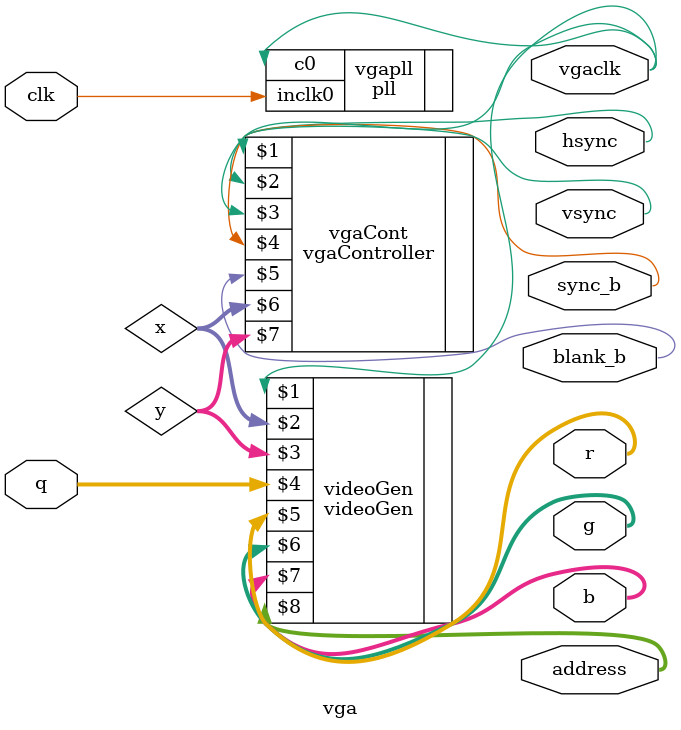
<source format=sv>
module vga(input logic clk,
				input logic	[7:0] q,
			  output logic vgaclk, // 25.175 MHz VGA clock
			  output logic hsync, vsync,
			  output logic sync_b, blank_b, // To monitor 
			  output logic [7:0] r, g, b,
			  output logic	[18:0] address);
			  
	parameter IMAGE_WIDTH = 400;
	parameter IMAGE_HEIGHT = 400;
	logic [9:0] x, y;

	// Modulo para obtener 25MHz
	pll vgapll(.inclk0(clk), .c0(vgaclk));

	// Generador de señales para el monitor
	vgaController vgaCont(vgaclk, hsync, vsync, sync_b, blank_b, x, y);
	
	// Modulo para pintar la pantalla
	videoGen videoGen(vgaclk, x, y, q, r, g, b, address);
endmodule
</source>
